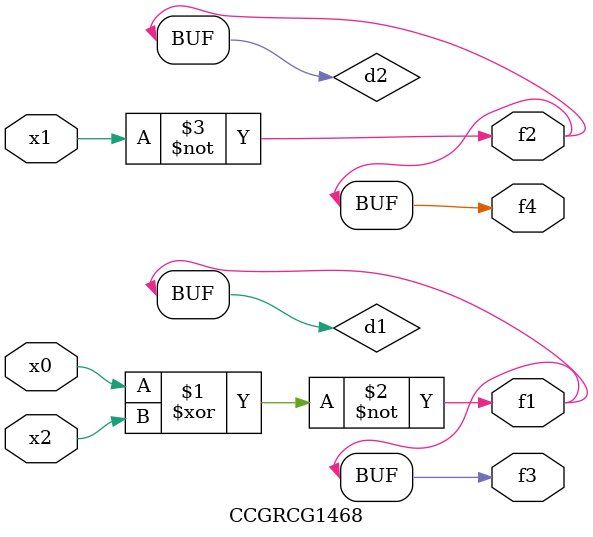
<source format=v>
module CCGRCG1468(
	input x0, x1, x2,
	output f1, f2, f3, f4
);

	wire d1, d2, d3;

	xnor (d1, x0, x2);
	nand (d2, x1);
	nor (d3, x1, x2);
	assign f1 = d1;
	assign f2 = d2;
	assign f3 = d1;
	assign f4 = d2;
endmodule

</source>
